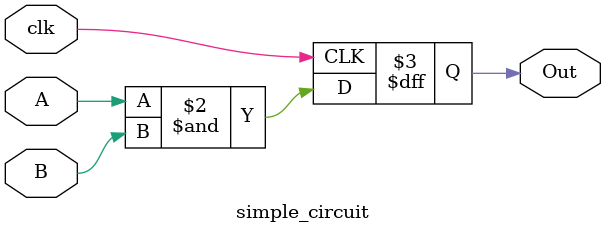
<source format=v>
module simple_circuit(clk, A, B , Out);
input A;
input B;
input clk;

output Out;     

always @ (posedge clk)
begin
Out  <= A & B;
end

endmodule

</source>
